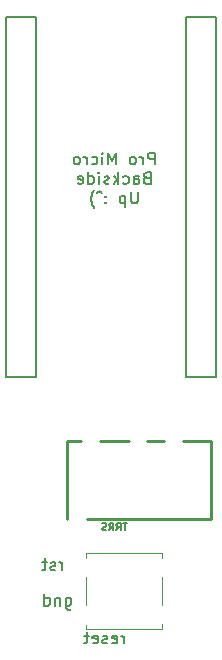
<source format=gbr>
G04 #@! TF.GenerationSoftware,KiCad,Pcbnew,5.1.2*
G04 #@! TF.CreationDate,2019-05-09T21:38:36-07:00*
G04 #@! TF.ProjectId,spacetime,73706163-6574-4696-9d65-2e6b69636164,v0.1*
G04 #@! TF.SameCoordinates,Original*
G04 #@! TF.FileFunction,Legend,Bot*
G04 #@! TF.FilePolarity,Positive*
%FSLAX46Y46*%
G04 Gerber Fmt 4.6, Leading zero omitted, Abs format (unit mm)*
G04 Created by KiCad (PCBNEW 5.1.2) date 2019-05-09 21:38:36*
%MOMM*%
%LPD*%
G04 APERTURE LIST*
%ADD10C,0.150000*%
%ADD11C,0.254000*%
%ADD12C,0.120000*%
%ADD13C,0.127000*%
G04 APERTURE END LIST*
D10*
X208690476Y-79985714D02*
X208690476Y-80795238D01*
X208738095Y-80890476D01*
X208785714Y-80938095D01*
X208880952Y-80985714D01*
X209023809Y-80985714D01*
X209119047Y-80938095D01*
X208690476Y-80604761D02*
X208785714Y-80652380D01*
X208976190Y-80652380D01*
X209071428Y-80604761D01*
X209119047Y-80557142D01*
X209166666Y-80461904D01*
X209166666Y-80176190D01*
X209119047Y-80080952D01*
X209071428Y-80033333D01*
X208976190Y-79985714D01*
X208785714Y-79985714D01*
X208690476Y-80033333D01*
X208214285Y-79985714D02*
X208214285Y-80652380D01*
X208214285Y-80080952D02*
X208166666Y-80033333D01*
X208071428Y-79985714D01*
X207928571Y-79985714D01*
X207833333Y-80033333D01*
X207785714Y-80128571D01*
X207785714Y-80652380D01*
X206880952Y-80652380D02*
X206880952Y-79652380D01*
X206880952Y-80604761D02*
X206976190Y-80652380D01*
X207166666Y-80652380D01*
X207261904Y-80604761D01*
X207309523Y-80557142D01*
X207357142Y-80461904D01*
X207357142Y-80176190D01*
X207309523Y-80080952D01*
X207261904Y-80033333D01*
X207166666Y-79985714D01*
X206976190Y-79985714D01*
X206880952Y-80033333D01*
X208361904Y-77652380D02*
X208361904Y-76985714D01*
X208361904Y-77176190D02*
X208314285Y-77080952D01*
X208266666Y-77033333D01*
X208171428Y-76985714D01*
X208076190Y-76985714D01*
X207790476Y-77604761D02*
X207695238Y-77652380D01*
X207504761Y-77652380D01*
X207409523Y-77604761D01*
X207361904Y-77509523D01*
X207361904Y-77461904D01*
X207409523Y-77366666D01*
X207504761Y-77319047D01*
X207647619Y-77319047D01*
X207742857Y-77271428D01*
X207790476Y-77176190D01*
X207790476Y-77128571D01*
X207742857Y-77033333D01*
X207647619Y-76985714D01*
X207504761Y-76985714D01*
X207409523Y-77033333D01*
X207076190Y-76985714D02*
X206695238Y-76985714D01*
X206933333Y-76652380D02*
X206933333Y-77509523D01*
X206885714Y-77604761D01*
X206790476Y-77652380D01*
X206695238Y-77652380D01*
X216204761Y-43302380D02*
X216204761Y-42302380D01*
X215823809Y-42302380D01*
X215728571Y-42350000D01*
X215680952Y-42397619D01*
X215633333Y-42492857D01*
X215633333Y-42635714D01*
X215680952Y-42730952D01*
X215728571Y-42778571D01*
X215823809Y-42826190D01*
X216204761Y-42826190D01*
X215204761Y-43302380D02*
X215204761Y-42635714D01*
X215204761Y-42826190D02*
X215157142Y-42730952D01*
X215109523Y-42683333D01*
X215014285Y-42635714D01*
X214919047Y-42635714D01*
X214442857Y-43302380D02*
X214538095Y-43254761D01*
X214585714Y-43207142D01*
X214633333Y-43111904D01*
X214633333Y-42826190D01*
X214585714Y-42730952D01*
X214538095Y-42683333D01*
X214442857Y-42635714D01*
X214300000Y-42635714D01*
X214204761Y-42683333D01*
X214157142Y-42730952D01*
X214109523Y-42826190D01*
X214109523Y-43111904D01*
X214157142Y-43207142D01*
X214204761Y-43254761D01*
X214300000Y-43302380D01*
X214442857Y-43302380D01*
X212919047Y-43302380D02*
X212919047Y-42302380D01*
X212585714Y-43016666D01*
X212252380Y-42302380D01*
X212252380Y-43302380D01*
X211776190Y-43302380D02*
X211776190Y-42635714D01*
X211776190Y-42302380D02*
X211823809Y-42350000D01*
X211776190Y-42397619D01*
X211728571Y-42350000D01*
X211776190Y-42302380D01*
X211776190Y-42397619D01*
X210871428Y-43254761D02*
X210966666Y-43302380D01*
X211157142Y-43302380D01*
X211252380Y-43254761D01*
X211300000Y-43207142D01*
X211347619Y-43111904D01*
X211347619Y-42826190D01*
X211300000Y-42730952D01*
X211252380Y-42683333D01*
X211157142Y-42635714D01*
X210966666Y-42635714D01*
X210871428Y-42683333D01*
X210442857Y-43302380D02*
X210442857Y-42635714D01*
X210442857Y-42826190D02*
X210395238Y-42730952D01*
X210347619Y-42683333D01*
X210252380Y-42635714D01*
X210157142Y-42635714D01*
X209680952Y-43302380D02*
X209776190Y-43254761D01*
X209823809Y-43207142D01*
X209871428Y-43111904D01*
X209871428Y-42826190D01*
X209823809Y-42730952D01*
X209776190Y-42683333D01*
X209680952Y-42635714D01*
X209538095Y-42635714D01*
X209442857Y-42683333D01*
X209395238Y-42730952D01*
X209347619Y-42826190D01*
X209347619Y-43111904D01*
X209395238Y-43207142D01*
X209442857Y-43254761D01*
X209538095Y-43302380D01*
X209680952Y-43302380D01*
X215538095Y-44428571D02*
X215395238Y-44476190D01*
X215347619Y-44523809D01*
X215300000Y-44619047D01*
X215300000Y-44761904D01*
X215347619Y-44857142D01*
X215395238Y-44904761D01*
X215490476Y-44952380D01*
X215871428Y-44952380D01*
X215871428Y-43952380D01*
X215538095Y-43952380D01*
X215442857Y-44000000D01*
X215395238Y-44047619D01*
X215347619Y-44142857D01*
X215347619Y-44238095D01*
X215395238Y-44333333D01*
X215442857Y-44380952D01*
X215538095Y-44428571D01*
X215871428Y-44428571D01*
X214442857Y-44952380D02*
X214442857Y-44428571D01*
X214490476Y-44333333D01*
X214585714Y-44285714D01*
X214776190Y-44285714D01*
X214871428Y-44333333D01*
X214442857Y-44904761D02*
X214538095Y-44952380D01*
X214776190Y-44952380D01*
X214871428Y-44904761D01*
X214919047Y-44809523D01*
X214919047Y-44714285D01*
X214871428Y-44619047D01*
X214776190Y-44571428D01*
X214538095Y-44571428D01*
X214442857Y-44523809D01*
X213538095Y-44904761D02*
X213633333Y-44952380D01*
X213823809Y-44952380D01*
X213919047Y-44904761D01*
X213966666Y-44857142D01*
X214014285Y-44761904D01*
X214014285Y-44476190D01*
X213966666Y-44380952D01*
X213919047Y-44333333D01*
X213823809Y-44285714D01*
X213633333Y-44285714D01*
X213538095Y-44333333D01*
X213109523Y-44952380D02*
X213109523Y-43952380D01*
X213014285Y-44571428D02*
X212728571Y-44952380D01*
X212728571Y-44285714D02*
X213109523Y-44666666D01*
X212347619Y-44904761D02*
X212252380Y-44952380D01*
X212061904Y-44952380D01*
X211966666Y-44904761D01*
X211919047Y-44809523D01*
X211919047Y-44761904D01*
X211966666Y-44666666D01*
X212061904Y-44619047D01*
X212204761Y-44619047D01*
X212300000Y-44571428D01*
X212347619Y-44476190D01*
X212347619Y-44428571D01*
X212300000Y-44333333D01*
X212204761Y-44285714D01*
X212061904Y-44285714D01*
X211966666Y-44333333D01*
X211490476Y-44952380D02*
X211490476Y-44285714D01*
X211490476Y-43952380D02*
X211538095Y-44000000D01*
X211490476Y-44047619D01*
X211442857Y-44000000D01*
X211490476Y-43952380D01*
X211490476Y-44047619D01*
X210585714Y-44952380D02*
X210585714Y-43952380D01*
X210585714Y-44904761D02*
X210680952Y-44952380D01*
X210871428Y-44952380D01*
X210966666Y-44904761D01*
X211014285Y-44857142D01*
X211061904Y-44761904D01*
X211061904Y-44476190D01*
X211014285Y-44380952D01*
X210966666Y-44333333D01*
X210871428Y-44285714D01*
X210680952Y-44285714D01*
X210585714Y-44333333D01*
X209728571Y-44904761D02*
X209823809Y-44952380D01*
X210014285Y-44952380D01*
X210109523Y-44904761D01*
X210157142Y-44809523D01*
X210157142Y-44428571D01*
X210109523Y-44333333D01*
X210014285Y-44285714D01*
X209823809Y-44285714D01*
X209728571Y-44333333D01*
X209680952Y-44428571D01*
X209680952Y-44523809D01*
X210157142Y-44619047D01*
X214776190Y-45602380D02*
X214776190Y-46411904D01*
X214728571Y-46507142D01*
X214680952Y-46554761D01*
X214585714Y-46602380D01*
X214395238Y-46602380D01*
X214300000Y-46554761D01*
X214252380Y-46507142D01*
X214204761Y-46411904D01*
X214204761Y-45602380D01*
X213728571Y-45935714D02*
X213728571Y-46935714D01*
X213728571Y-45983333D02*
X213633333Y-45935714D01*
X213442857Y-45935714D01*
X213347619Y-45983333D01*
X213300000Y-46030952D01*
X213252380Y-46126190D01*
X213252380Y-46411904D01*
X213300000Y-46507142D01*
X213347619Y-46554761D01*
X213442857Y-46602380D01*
X213633333Y-46602380D01*
X213728571Y-46554761D01*
X212061904Y-46507142D02*
X212014285Y-46554761D01*
X212061904Y-46602380D01*
X212109523Y-46554761D01*
X212061904Y-46507142D01*
X212061904Y-46602380D01*
X212061904Y-45983333D02*
X212014285Y-46030952D01*
X212061904Y-46078571D01*
X212109523Y-46030952D01*
X212061904Y-45983333D01*
X212061904Y-46078571D01*
X211728571Y-45697619D02*
X211538095Y-45554761D01*
X211347619Y-45697619D01*
X211109523Y-46983333D02*
X211061904Y-46935714D01*
X210966666Y-46792857D01*
X210919047Y-46697619D01*
X210871428Y-46554761D01*
X210823809Y-46316666D01*
X210823809Y-46126190D01*
X210871428Y-45888095D01*
X210919047Y-45745238D01*
X210966666Y-45650000D01*
X211061904Y-45507142D01*
X211109523Y-45459523D01*
D11*
X220502160Y-66700540D02*
X218602240Y-66700540D01*
X217002040Y-66700540D02*
X215602500Y-66700540D01*
X214002300Y-66700540D02*
X211602000Y-66700540D01*
X221000000Y-73299460D02*
X220502160Y-73299460D01*
X221000000Y-72799080D02*
X221000000Y-73299460D01*
X221000000Y-67200920D02*
X221000000Y-72799080D01*
X221000000Y-66700540D02*
X221000000Y-67200920D01*
X220502160Y-66700540D02*
X221000000Y-66700540D01*
X208800380Y-66700540D02*
X210001800Y-66700540D01*
X208800380Y-66700540D02*
X208800380Y-73299460D01*
X220502160Y-73299460D02*
X210502180Y-73299460D01*
D12*
X216810000Y-78200000D02*
X216810000Y-80600000D01*
X216810000Y-76190000D02*
X216810000Y-76600000D01*
X210390000Y-76190000D02*
X216810000Y-76190000D01*
X210390000Y-76600000D02*
X210390000Y-76190000D01*
X210390000Y-80600000D02*
X210390000Y-78200000D01*
X210390000Y-82610000D02*
X210390000Y-82330000D01*
X216810000Y-82610000D02*
X210390000Y-82610000D01*
X216810000Y-82200000D02*
X216810000Y-82610000D01*
D10*
X206180000Y-30790000D02*
X203640000Y-30790000D01*
X221420000Y-30790000D02*
X218880000Y-30790000D01*
X218880000Y-30790000D02*
X218880000Y-61270000D01*
X203640000Y-30790000D02*
X203640000Y-61270000D01*
X206180000Y-61270000D02*
X203640000Y-61270000D01*
X206180000Y-61270000D02*
X206180000Y-30790000D01*
X221420000Y-61270000D02*
X218880000Y-61270000D01*
X221420000Y-30790000D02*
X221420000Y-61270000D01*
D13*
X213874057Y-73666171D02*
X213525714Y-73666171D01*
X213699885Y-74275771D02*
X213699885Y-73666171D01*
X212974171Y-74275771D02*
X213177371Y-73985485D01*
X213322514Y-74275771D02*
X213322514Y-73666171D01*
X213090285Y-73666171D01*
X213032228Y-73695200D01*
X213003200Y-73724228D01*
X212974171Y-73782285D01*
X212974171Y-73869371D01*
X213003200Y-73927428D01*
X213032228Y-73956457D01*
X213090285Y-73985485D01*
X213322514Y-73985485D01*
X212364571Y-74275771D02*
X212567771Y-73985485D01*
X212712914Y-74275771D02*
X212712914Y-73666171D01*
X212480685Y-73666171D01*
X212422628Y-73695200D01*
X212393600Y-73724228D01*
X212364571Y-73782285D01*
X212364571Y-73869371D01*
X212393600Y-73927428D01*
X212422628Y-73956457D01*
X212480685Y-73985485D01*
X212712914Y-73985485D01*
X212132342Y-74246742D02*
X212045257Y-74275771D01*
X211900114Y-74275771D01*
X211842057Y-74246742D01*
X211813028Y-74217714D01*
X211784000Y-74159657D01*
X211784000Y-74101600D01*
X211813028Y-74043542D01*
X211842057Y-74014514D01*
X211900114Y-73985485D01*
X212016228Y-73956457D01*
X212074285Y-73927428D01*
X212103314Y-73898400D01*
X212132342Y-73840342D01*
X212132342Y-73782285D01*
X212103314Y-73724228D01*
X212074285Y-73695200D01*
X212016228Y-73666171D01*
X211871085Y-73666171D01*
X211784000Y-73695200D01*
D10*
X213619047Y-83852380D02*
X213619047Y-83185714D01*
X213619047Y-83376190D02*
X213571428Y-83280952D01*
X213523809Y-83233333D01*
X213428571Y-83185714D01*
X213333333Y-83185714D01*
X212619047Y-83804761D02*
X212714285Y-83852380D01*
X212904761Y-83852380D01*
X213000000Y-83804761D01*
X213047619Y-83709523D01*
X213047619Y-83328571D01*
X213000000Y-83233333D01*
X212904761Y-83185714D01*
X212714285Y-83185714D01*
X212619047Y-83233333D01*
X212571428Y-83328571D01*
X212571428Y-83423809D01*
X213047619Y-83519047D01*
X212190476Y-83804761D02*
X212095238Y-83852380D01*
X211904761Y-83852380D01*
X211809523Y-83804761D01*
X211761904Y-83709523D01*
X211761904Y-83661904D01*
X211809523Y-83566666D01*
X211904761Y-83519047D01*
X212047619Y-83519047D01*
X212142857Y-83471428D01*
X212190476Y-83376190D01*
X212190476Y-83328571D01*
X212142857Y-83233333D01*
X212047619Y-83185714D01*
X211904761Y-83185714D01*
X211809523Y-83233333D01*
X210952380Y-83804761D02*
X211047619Y-83852380D01*
X211238095Y-83852380D01*
X211333333Y-83804761D01*
X211380952Y-83709523D01*
X211380952Y-83328571D01*
X211333333Y-83233333D01*
X211238095Y-83185714D01*
X211047619Y-83185714D01*
X210952380Y-83233333D01*
X210904761Y-83328571D01*
X210904761Y-83423809D01*
X211380952Y-83519047D01*
X210619047Y-83185714D02*
X210238095Y-83185714D01*
X210476190Y-82852380D02*
X210476190Y-83709523D01*
X210428571Y-83804761D01*
X210333333Y-83852380D01*
X210238095Y-83852380D01*
M02*

</source>
